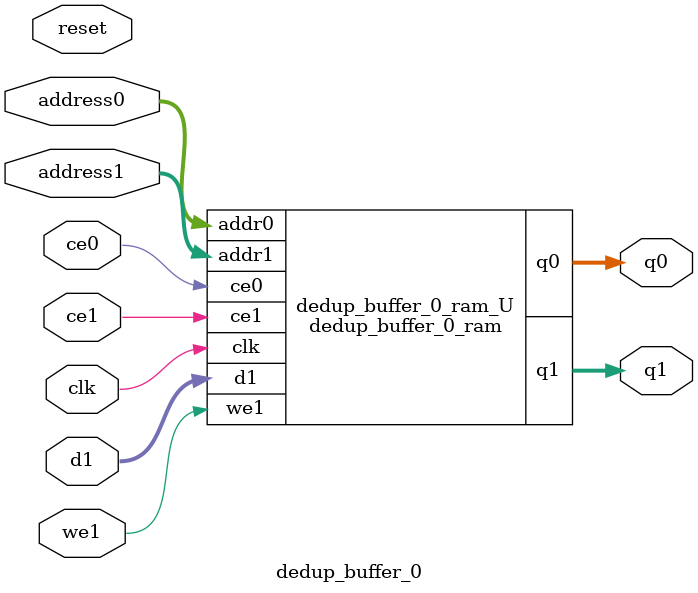
<source format=v>

`timescale 1 ns / 1 ps
module dedup_buffer_0_ram (addr0, ce0, q0, addr1, ce1, d1, we1, q1,  clk);

parameter DWIDTH = 8;
parameter AWIDTH = 6;
parameter MEM_SIZE = 64;

input[AWIDTH-1:0] addr0;
input ce0;
output reg[DWIDTH-1:0] q0;
input[AWIDTH-1:0] addr1;
input ce1;
input[DWIDTH-1:0] d1;
input we1;
output reg[DWIDTH-1:0] q1;
input clk;

(* ram_style = "distributed" *)reg [DWIDTH-1:0] ram[MEM_SIZE-1:0];




always @(posedge clk)  
begin 
    if (ce0) 
    begin
            q0 <= ram[addr0];
    end
end


always @(posedge clk)  
begin 
    if (ce1) 
    begin
        if (we1) 
        begin 
            ram[addr1] <= d1; 
            q1 <= d1;
        end 
        else 
            q1 <= ram[addr1];
    end
end


endmodule


`timescale 1 ns / 1 ps
module dedup_buffer_0(
    reset,
    clk,
    address0,
    ce0,
    q0,
    address1,
    ce1,
    we1,
    d1,
    q1);

parameter DataWidth = 32'd8;
parameter AddressRange = 32'd64;
parameter AddressWidth = 32'd6;
input reset;
input clk;
input[AddressWidth - 1:0] address0;
input ce0;
output[DataWidth - 1:0] q0;
input[AddressWidth - 1:0] address1;
input ce1;
input we1;
input[DataWidth - 1:0] d1;
output[DataWidth - 1:0] q1;



dedup_buffer_0_ram dedup_buffer_0_ram_U(
    .clk( clk ),
    .addr0( address0 ),
    .ce0( ce0 ),
    .q0( q0 ),
    .addr1( address1 ),
    .ce1( ce1 ),
    .d1( d1 ),
    .we1( we1 ),
    .q1( q1 ));

endmodule


</source>
